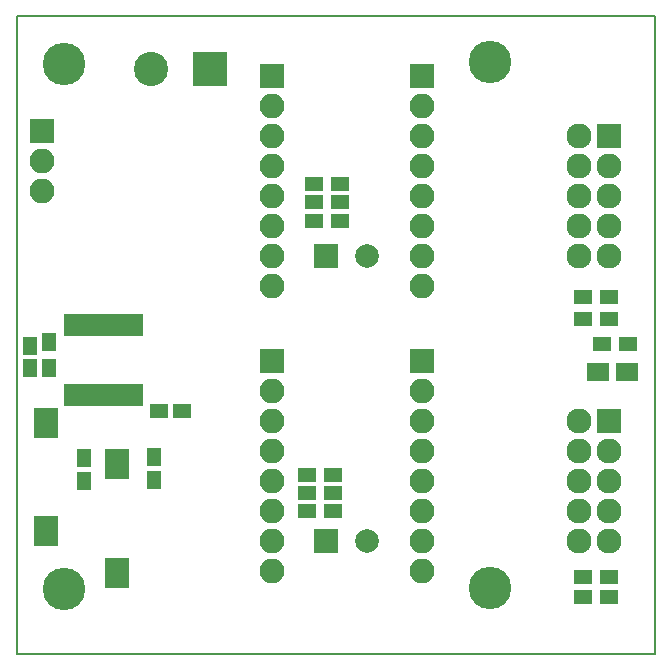
<source format=gbr>
G04 #@! TF.FileFunction,Soldermask,Top*
%FSLAX46Y46*%
G04 Gerber Fmt 4.6, Leading zero omitted, Abs format (unit mm)*
G04 Created by KiCad (PCBNEW 4.0.7) date Mon Jan 29 08:29:15 2018*
%MOMM*%
%LPD*%
G01*
G04 APERTURE LIST*
%ADD10C,0.100000*%
%ADD11C,0.150000*%
%ADD12C,3.600000*%
%ADD13R,2.900000X2.900000*%
%ADD14C,2.900000*%
%ADD15R,2.127200X2.127200*%
%ADD16O,2.127200X2.127200*%
%ADD17R,1.150000X1.600000*%
%ADD18R,2.000000X2.000000*%
%ADD19C,2.000000*%
%ADD20R,2.100000X2.100000*%
%ADD21O,2.100000X2.100000*%
%ADD22R,1.300000X1.600000*%
%ADD23R,1.600000X1.300000*%
%ADD24R,0.850000X1.850000*%
%ADD25R,1.600000X1.150000*%
%ADD26R,2.000000X2.580000*%
%ADD27R,1.900000X1.650000*%
G04 APERTURE END LIST*
D10*
D11*
X92000000Y-84000000D02*
X92000000Y-82000000D01*
X38000000Y-84000000D02*
X92000000Y-84000000D01*
X38000000Y-82000000D02*
X38000000Y-84000000D01*
X92000000Y-30000000D02*
X92000000Y-82000000D01*
X82000000Y-30000000D02*
X92000000Y-30000000D01*
X38000000Y-82000000D02*
X38000000Y-30000000D01*
X38000000Y-30000000D02*
X82000000Y-30000000D01*
D12*
X78063000Y-78372500D03*
X78063000Y-33872500D03*
X42000000Y-78500000D03*
D13*
X54383000Y-34445000D03*
D14*
X49383000Y-34445000D03*
D15*
X88165000Y-40160000D03*
D16*
X85625000Y-40160000D03*
X88165000Y-42700000D03*
X85625000Y-42700000D03*
X88165000Y-45240000D03*
X85625000Y-45240000D03*
X88165000Y-47780000D03*
X85625000Y-47780000D03*
X88165000Y-50320000D03*
X85625000Y-50320000D03*
D15*
X88165000Y-64290000D03*
D16*
X85625000Y-64290000D03*
X88165000Y-66830000D03*
X85625000Y-66830000D03*
X88165000Y-69370000D03*
X85625000Y-69370000D03*
X88165000Y-71910000D03*
X85625000Y-71910000D03*
X88165000Y-74450000D03*
X85625000Y-74450000D03*
D17*
X43651500Y-67404000D03*
X43651500Y-69304000D03*
X39143000Y-59779000D03*
X39143000Y-57879000D03*
D18*
X64162000Y-74450000D03*
D19*
X67662000Y-74450000D03*
D18*
X64162000Y-50320000D03*
D19*
X67662000Y-50320000D03*
D20*
X40095500Y-39715500D03*
D21*
X40095500Y-42255500D03*
X40095500Y-44795500D03*
D20*
X72290000Y-59210000D03*
D21*
X72290000Y-61750000D03*
X72290000Y-64290000D03*
X72290000Y-66830000D03*
X72290000Y-69370000D03*
X72290000Y-71910000D03*
X72290000Y-74450000D03*
X72290000Y-76990000D03*
D20*
X72290000Y-35080000D03*
D21*
X72290000Y-37620000D03*
X72290000Y-40160000D03*
X72290000Y-42700000D03*
X72290000Y-45240000D03*
X72290000Y-47780000D03*
X72290000Y-50320000D03*
X72290000Y-52860000D03*
D20*
X59590000Y-59210000D03*
D21*
X59590000Y-61750000D03*
X59590000Y-64290000D03*
X59590000Y-66830000D03*
X59590000Y-69370000D03*
X59590000Y-71910000D03*
X59590000Y-74450000D03*
X59590000Y-76990000D03*
D20*
X59590000Y-35080000D03*
D21*
X59590000Y-37620000D03*
X59590000Y-40160000D03*
X59590000Y-42700000D03*
X59590000Y-45240000D03*
X59590000Y-47780000D03*
X59590000Y-50320000D03*
X59590000Y-52860000D03*
D22*
X40730500Y-59738500D03*
X40730500Y-57538500D03*
D23*
X64754000Y-68862000D03*
X62554000Y-68862000D03*
X64754000Y-70386000D03*
X62554000Y-70386000D03*
X64754000Y-71910000D03*
X62554000Y-71910000D03*
X65325500Y-44224000D03*
X63125500Y-44224000D03*
X65325500Y-45748000D03*
X63125500Y-45748000D03*
X65325500Y-47335500D03*
X63125500Y-47335500D03*
D24*
X42441000Y-62033000D03*
X43091000Y-62033000D03*
X43741000Y-62033000D03*
X44391000Y-62033000D03*
X45041000Y-62033000D03*
X45691000Y-62033000D03*
X46341000Y-62033000D03*
X46991000Y-62033000D03*
X47641000Y-62033000D03*
X48291000Y-62033000D03*
X48291000Y-56133000D03*
X47641000Y-56133000D03*
X46991000Y-56133000D03*
X46341000Y-56133000D03*
X45691000Y-56133000D03*
X45041000Y-56133000D03*
X44391000Y-56133000D03*
X43741000Y-56133000D03*
X43091000Y-56133000D03*
X42441000Y-56133000D03*
D23*
X87509500Y-57749500D03*
X89709500Y-57749500D03*
X85922000Y-77434500D03*
X88122000Y-77434500D03*
X85922000Y-79149000D03*
X88122000Y-79149000D03*
X85972800Y-53774400D03*
X88172800Y-53774400D03*
X85922000Y-55654000D03*
X88122000Y-55654000D03*
D17*
X49620500Y-69240500D03*
X49620500Y-67340500D03*
D25*
X50067500Y-63401000D03*
X51967500Y-63401000D03*
D26*
X46500000Y-67910000D03*
X46500000Y-77090000D03*
X40476500Y-64399000D03*
X40476500Y-73579000D03*
D27*
X87169000Y-60099000D03*
X89669000Y-60099000D03*
D12*
X42000000Y-34000000D03*
M02*

</source>
